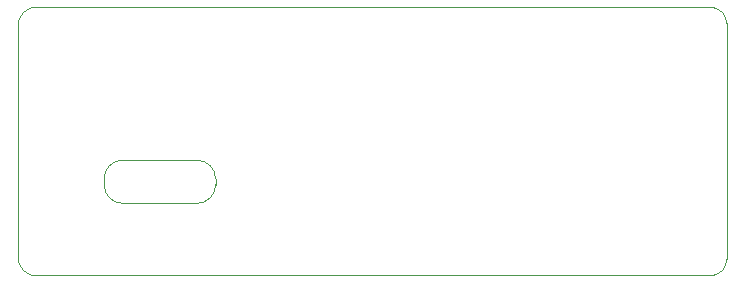
<source format=gko>
G04*
G04 #@! TF.GenerationSoftware,Altium Limited,Altium Designer,25.8.1 (18)*
G04*
G04 Layer_Color=16711935*
%FSLAX44Y44*%
%MOMM*%
G71*
G04*
G04 #@! TF.SameCoordinates,660DC164-2CAA-4719-B800-EFC6AEB113B0*
G04*
G04*
G04 #@! TF.FilePolarity,Positive*
G04*
G01*
G75*
%ADD14C,0.0500*%
D14*
X42901Y-2456D02*
G03*
X58701Y13344I0J15800D01*
G01*
X-35799Y13344D02*
G03*
X-19999Y-2456I15800J0D01*
G01*
Y34144D02*
G03*
X-35799Y18344I0J-15800D01*
G01*
X58701Y18344D02*
G03*
X42901Y34144I-15800J0D01*
G01*
X58701Y18344D02*
X58701Y13344D01*
X-19999Y-2456D02*
X42901Y-2456D01*
X-35799Y18344D02*
X-35799Y13344D01*
X-19999Y34144D02*
X42901Y34144D01*
X-96556Y163615D02*
X-93630Y163903D01*
X-99370Y162761D02*
X-96556Y163615D01*
X-101964Y161375D02*
X-99370Y162761D01*
X-104236Y159510D02*
X-101964Y161375D01*
X-106102Y157237D02*
X-104236Y159510D01*
X-107488Y154643D02*
X-106102Y157237D01*
X-108342Y151830D02*
X-107488Y154643D01*
X-108630Y148903D02*
X-108342Y151830D01*
X-108630Y-48097D02*
Y148903D01*
Y-48097D02*
X-108342Y-51023D01*
X-107488Y-53837D01*
X-106102Y-56430D01*
X-104236Y-58703D01*
X-101963Y-60569D01*
X-99370Y-61955D01*
X-96556Y-62809D01*
X-93630Y-63097D01*
X476370D01*
X479296Y-62809D01*
X482110Y-61955D01*
X484704Y-60569D01*
X486977Y-58703D01*
X488842Y-56430D01*
X490228Y-53837D01*
X491082Y-51023D01*
X491370Y-48097D01*
Y148903D01*
X491082Y151830D02*
X491370Y148903D01*
X490228Y154643D02*
X491082Y151830D01*
X488842Y157237D02*
X490228Y154643D01*
X486977Y159510D02*
X488842Y157237D01*
X484704Y161375D02*
X486977Y159510D01*
X482110Y162761D02*
X484704Y161375D01*
X479296Y163615D02*
X482110Y162761D01*
X476370Y163903D02*
X479296Y163615D01*
X-93630Y163903D02*
X476370D01*
M02*

</source>
